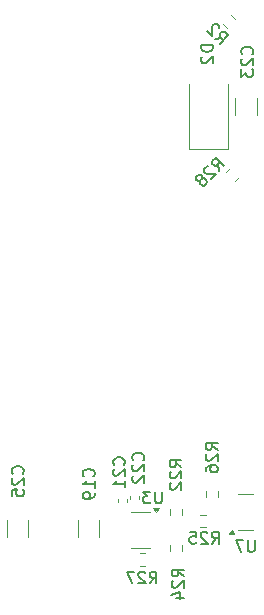
<source format=gbr>
G04 #@! TF.GenerationSoftware,KiCad,Pcbnew,9.0.1+1*
G04 #@! TF.CreationDate,2025-09-08T10:06:10+00:00*
G04 #@! TF.ProjectId,c64psu,63363470-7375-42e6-9b69-6361645f7063,rev?*
G04 #@! TF.SameCoordinates,Original*
G04 #@! TF.FileFunction,Legend,Bot*
G04 #@! TF.FilePolarity,Positive*
%FSLAX46Y46*%
G04 Gerber Fmt 4.6, Leading zero omitted, Abs format (unit mm)*
G04 Created by KiCad (PCBNEW 9.0.1+1) date 2025-09-08 10:06:10*
%MOMM*%
%LPD*%
G01*
G04 APERTURE LIST*
%ADD10C,0.150000*%
%ADD11C,0.120000*%
%ADD12C,2.500000*%
%ADD13C,1.400000*%
%ADD14C,3.600000*%
%ADD15C,5.600000*%
%ADD16O,1.754000X1.254000*%
%ADD17O,2.154000X1.254000*%
%ADD18C,2.400000*%
%ADD19C,2.154000*%
G04 APERTURE END LIST*
D10*
X197004819Y-43486905D02*
X196004819Y-43486905D01*
X196004819Y-43486905D02*
X196004819Y-43725000D01*
X196004819Y-43725000D02*
X196052438Y-43867857D01*
X196052438Y-43867857D02*
X196147676Y-43963095D01*
X196147676Y-43963095D02*
X196242914Y-44010714D01*
X196242914Y-44010714D02*
X196433390Y-44058333D01*
X196433390Y-44058333D02*
X196576247Y-44058333D01*
X196576247Y-44058333D02*
X196766723Y-44010714D01*
X196766723Y-44010714D02*
X196861961Y-43963095D01*
X196861961Y-43963095D02*
X196957200Y-43867857D01*
X196957200Y-43867857D02*
X197004819Y-43725000D01*
X197004819Y-43725000D02*
X197004819Y-43486905D01*
X196100057Y-44439286D02*
X196052438Y-44486905D01*
X196052438Y-44486905D02*
X196004819Y-44582143D01*
X196004819Y-44582143D02*
X196004819Y-44820238D01*
X196004819Y-44820238D02*
X196052438Y-44915476D01*
X196052438Y-44915476D02*
X196100057Y-44963095D01*
X196100057Y-44963095D02*
X196195295Y-45010714D01*
X196195295Y-45010714D02*
X196290533Y-45010714D01*
X196290533Y-45010714D02*
X196433390Y-44963095D01*
X196433390Y-44963095D02*
X197004819Y-44391667D01*
X197004819Y-44391667D02*
X197004819Y-45010714D01*
X194529819Y-88457142D02*
X194053628Y-88123809D01*
X194529819Y-87885714D02*
X193529819Y-87885714D01*
X193529819Y-87885714D02*
X193529819Y-88266666D01*
X193529819Y-88266666D02*
X193577438Y-88361904D01*
X193577438Y-88361904D02*
X193625057Y-88409523D01*
X193625057Y-88409523D02*
X193720295Y-88457142D01*
X193720295Y-88457142D02*
X193863152Y-88457142D01*
X193863152Y-88457142D02*
X193958390Y-88409523D01*
X193958390Y-88409523D02*
X194006009Y-88361904D01*
X194006009Y-88361904D02*
X194053628Y-88266666D01*
X194053628Y-88266666D02*
X194053628Y-87885714D01*
X193625057Y-88838095D02*
X193577438Y-88885714D01*
X193577438Y-88885714D02*
X193529819Y-88980952D01*
X193529819Y-88980952D02*
X193529819Y-89219047D01*
X193529819Y-89219047D02*
X193577438Y-89314285D01*
X193577438Y-89314285D02*
X193625057Y-89361904D01*
X193625057Y-89361904D02*
X193720295Y-89409523D01*
X193720295Y-89409523D02*
X193815533Y-89409523D01*
X193815533Y-89409523D02*
X193958390Y-89361904D01*
X193958390Y-89361904D02*
X194529819Y-88790476D01*
X194529819Y-88790476D02*
X194529819Y-89409523D01*
X193863152Y-90266666D02*
X194529819Y-90266666D01*
X193482200Y-90028571D02*
X194196485Y-89790476D01*
X194196485Y-89790476D02*
X194196485Y-90409523D01*
X192671904Y-81274819D02*
X192671904Y-82084342D01*
X192671904Y-82084342D02*
X192624285Y-82179580D01*
X192624285Y-82179580D02*
X192576666Y-82227200D01*
X192576666Y-82227200D02*
X192481428Y-82274819D01*
X192481428Y-82274819D02*
X192290952Y-82274819D01*
X192290952Y-82274819D02*
X192195714Y-82227200D01*
X192195714Y-82227200D02*
X192148095Y-82179580D01*
X192148095Y-82179580D02*
X192100476Y-82084342D01*
X192100476Y-82084342D02*
X192100476Y-81274819D01*
X191719523Y-81274819D02*
X191100476Y-81274819D01*
X191100476Y-81274819D02*
X191433809Y-81655771D01*
X191433809Y-81655771D02*
X191290952Y-81655771D01*
X191290952Y-81655771D02*
X191195714Y-81703390D01*
X191195714Y-81703390D02*
X191148095Y-81751009D01*
X191148095Y-81751009D02*
X191100476Y-81846247D01*
X191100476Y-81846247D02*
X191100476Y-82084342D01*
X191100476Y-82084342D02*
X191148095Y-82179580D01*
X191148095Y-82179580D02*
X191195714Y-82227200D01*
X191195714Y-82227200D02*
X191290952Y-82274819D01*
X191290952Y-82274819D02*
X191576666Y-82274819D01*
X191576666Y-82274819D02*
X191671904Y-82227200D01*
X191671904Y-82227200D02*
X191719523Y-82179580D01*
X180885580Y-79751942D02*
X180933200Y-79704323D01*
X180933200Y-79704323D02*
X180980819Y-79561466D01*
X180980819Y-79561466D02*
X180980819Y-79466228D01*
X180980819Y-79466228D02*
X180933200Y-79323371D01*
X180933200Y-79323371D02*
X180837961Y-79228133D01*
X180837961Y-79228133D02*
X180742723Y-79180514D01*
X180742723Y-79180514D02*
X180552247Y-79132895D01*
X180552247Y-79132895D02*
X180409390Y-79132895D01*
X180409390Y-79132895D02*
X180218914Y-79180514D01*
X180218914Y-79180514D02*
X180123676Y-79228133D01*
X180123676Y-79228133D02*
X180028438Y-79323371D01*
X180028438Y-79323371D02*
X179980819Y-79466228D01*
X179980819Y-79466228D02*
X179980819Y-79561466D01*
X179980819Y-79561466D02*
X180028438Y-79704323D01*
X180028438Y-79704323D02*
X180076057Y-79751942D01*
X180076057Y-80132895D02*
X180028438Y-80180514D01*
X180028438Y-80180514D02*
X179980819Y-80275752D01*
X179980819Y-80275752D02*
X179980819Y-80513847D01*
X179980819Y-80513847D02*
X180028438Y-80609085D01*
X180028438Y-80609085D02*
X180076057Y-80656704D01*
X180076057Y-80656704D02*
X180171295Y-80704323D01*
X180171295Y-80704323D02*
X180266533Y-80704323D01*
X180266533Y-80704323D02*
X180409390Y-80656704D01*
X180409390Y-80656704D02*
X180980819Y-80085276D01*
X180980819Y-80085276D02*
X180980819Y-80704323D01*
X179980819Y-81609085D02*
X179980819Y-81132895D01*
X179980819Y-81132895D02*
X180457009Y-81085276D01*
X180457009Y-81085276D02*
X180409390Y-81132895D01*
X180409390Y-81132895D02*
X180361771Y-81228133D01*
X180361771Y-81228133D02*
X180361771Y-81466228D01*
X180361771Y-81466228D02*
X180409390Y-81561466D01*
X180409390Y-81561466D02*
X180457009Y-81609085D01*
X180457009Y-81609085D02*
X180552247Y-81656704D01*
X180552247Y-81656704D02*
X180790342Y-81656704D01*
X180790342Y-81656704D02*
X180885580Y-81609085D01*
X180885580Y-81609085D02*
X180933200Y-81561466D01*
X180933200Y-81561466D02*
X180980819Y-81466228D01*
X180980819Y-81466228D02*
X180980819Y-81228133D01*
X180980819Y-81228133D02*
X180933200Y-81132895D01*
X180933200Y-81132895D02*
X180885580Y-81085276D01*
X191642857Y-89054819D02*
X191976190Y-88578628D01*
X192214285Y-89054819D02*
X192214285Y-88054819D01*
X192214285Y-88054819D02*
X191833333Y-88054819D01*
X191833333Y-88054819D02*
X191738095Y-88102438D01*
X191738095Y-88102438D02*
X191690476Y-88150057D01*
X191690476Y-88150057D02*
X191642857Y-88245295D01*
X191642857Y-88245295D02*
X191642857Y-88388152D01*
X191642857Y-88388152D02*
X191690476Y-88483390D01*
X191690476Y-88483390D02*
X191738095Y-88531009D01*
X191738095Y-88531009D02*
X191833333Y-88578628D01*
X191833333Y-88578628D02*
X192214285Y-88578628D01*
X191261904Y-88150057D02*
X191214285Y-88102438D01*
X191214285Y-88102438D02*
X191119047Y-88054819D01*
X191119047Y-88054819D02*
X190880952Y-88054819D01*
X190880952Y-88054819D02*
X190785714Y-88102438D01*
X190785714Y-88102438D02*
X190738095Y-88150057D01*
X190738095Y-88150057D02*
X190690476Y-88245295D01*
X190690476Y-88245295D02*
X190690476Y-88340533D01*
X190690476Y-88340533D02*
X190738095Y-88483390D01*
X190738095Y-88483390D02*
X191309523Y-89054819D01*
X191309523Y-89054819D02*
X190690476Y-89054819D01*
X190357142Y-88054819D02*
X189690476Y-88054819D01*
X189690476Y-88054819D02*
X190119047Y-89054819D01*
X197404819Y-77732142D02*
X196928628Y-77398809D01*
X197404819Y-77160714D02*
X196404819Y-77160714D01*
X196404819Y-77160714D02*
X196404819Y-77541666D01*
X196404819Y-77541666D02*
X196452438Y-77636904D01*
X196452438Y-77636904D02*
X196500057Y-77684523D01*
X196500057Y-77684523D02*
X196595295Y-77732142D01*
X196595295Y-77732142D02*
X196738152Y-77732142D01*
X196738152Y-77732142D02*
X196833390Y-77684523D01*
X196833390Y-77684523D02*
X196881009Y-77636904D01*
X196881009Y-77636904D02*
X196928628Y-77541666D01*
X196928628Y-77541666D02*
X196928628Y-77160714D01*
X196500057Y-78113095D02*
X196452438Y-78160714D01*
X196452438Y-78160714D02*
X196404819Y-78255952D01*
X196404819Y-78255952D02*
X196404819Y-78494047D01*
X196404819Y-78494047D02*
X196452438Y-78589285D01*
X196452438Y-78589285D02*
X196500057Y-78636904D01*
X196500057Y-78636904D02*
X196595295Y-78684523D01*
X196595295Y-78684523D02*
X196690533Y-78684523D01*
X196690533Y-78684523D02*
X196833390Y-78636904D01*
X196833390Y-78636904D02*
X197404819Y-78065476D01*
X197404819Y-78065476D02*
X197404819Y-78684523D01*
X196404819Y-79541666D02*
X196404819Y-79351190D01*
X196404819Y-79351190D02*
X196452438Y-79255952D01*
X196452438Y-79255952D02*
X196500057Y-79208333D01*
X196500057Y-79208333D02*
X196642914Y-79113095D01*
X196642914Y-79113095D02*
X196833390Y-79065476D01*
X196833390Y-79065476D02*
X197214342Y-79065476D01*
X197214342Y-79065476D02*
X197309580Y-79113095D01*
X197309580Y-79113095D02*
X197357200Y-79160714D01*
X197357200Y-79160714D02*
X197404819Y-79255952D01*
X197404819Y-79255952D02*
X197404819Y-79446428D01*
X197404819Y-79446428D02*
X197357200Y-79541666D01*
X197357200Y-79541666D02*
X197309580Y-79589285D01*
X197309580Y-79589285D02*
X197214342Y-79636904D01*
X197214342Y-79636904D02*
X196976247Y-79636904D01*
X196976247Y-79636904D02*
X196881009Y-79589285D01*
X196881009Y-79589285D02*
X196833390Y-79541666D01*
X196833390Y-79541666D02*
X196785771Y-79446428D01*
X196785771Y-79446428D02*
X196785771Y-79255952D01*
X196785771Y-79255952D02*
X196833390Y-79160714D01*
X196833390Y-79160714D02*
X196881009Y-79113095D01*
X196881009Y-79113095D02*
X196976247Y-79065476D01*
X197526174Y-54117036D02*
X197425159Y-53544617D01*
X197930235Y-53712975D02*
X197223128Y-53005869D01*
X197223128Y-53005869D02*
X196953754Y-53275243D01*
X196953754Y-53275243D02*
X196920082Y-53376258D01*
X196920082Y-53376258D02*
X196920082Y-53443601D01*
X196920082Y-53443601D02*
X196953754Y-53544617D01*
X196953754Y-53544617D02*
X197054769Y-53645632D01*
X197054769Y-53645632D02*
X197155785Y-53679304D01*
X197155785Y-53679304D02*
X197223128Y-53679304D01*
X197223128Y-53679304D02*
X197324143Y-53645632D01*
X197324143Y-53645632D02*
X197593517Y-53376258D01*
X196617037Y-53746647D02*
X196549693Y-53746647D01*
X196549693Y-53746647D02*
X196448678Y-53780319D01*
X196448678Y-53780319D02*
X196280319Y-53948678D01*
X196280319Y-53948678D02*
X196246647Y-54049693D01*
X196246647Y-54049693D02*
X196246647Y-54117036D01*
X196246647Y-54117036D02*
X196280319Y-54218052D01*
X196280319Y-54218052D02*
X196347663Y-54285395D01*
X196347663Y-54285395D02*
X196482350Y-54352739D01*
X196482350Y-54352739D02*
X197290472Y-54352739D01*
X197290472Y-54352739D02*
X196852739Y-54790471D01*
X196044617Y-54790472D02*
X196078288Y-54689456D01*
X196078288Y-54689456D02*
X196078288Y-54622113D01*
X196078288Y-54622113D02*
X196044617Y-54521098D01*
X196044617Y-54521098D02*
X196010945Y-54487426D01*
X196010945Y-54487426D02*
X195909930Y-54453754D01*
X195909930Y-54453754D02*
X195842586Y-54453754D01*
X195842586Y-54453754D02*
X195741571Y-54487426D01*
X195741571Y-54487426D02*
X195606884Y-54622113D01*
X195606884Y-54622113D02*
X195573212Y-54723128D01*
X195573212Y-54723128D02*
X195573212Y-54790472D01*
X195573212Y-54790472D02*
X195606884Y-54891487D01*
X195606884Y-54891487D02*
X195640556Y-54925159D01*
X195640556Y-54925159D02*
X195741571Y-54958830D01*
X195741571Y-54958830D02*
X195808914Y-54958830D01*
X195808914Y-54958830D02*
X195909930Y-54925159D01*
X195909930Y-54925159D02*
X196044617Y-54790472D01*
X196044617Y-54790472D02*
X196145632Y-54756800D01*
X196145632Y-54756800D02*
X196212975Y-54756800D01*
X196212975Y-54756800D02*
X196313991Y-54790472D01*
X196313991Y-54790472D02*
X196448678Y-54925159D01*
X196448678Y-54925159D02*
X196482349Y-55026174D01*
X196482349Y-55026174D02*
X196482349Y-55093517D01*
X196482349Y-55093517D02*
X196448678Y-55194533D01*
X196448678Y-55194533D02*
X196313991Y-55329220D01*
X196313991Y-55329220D02*
X196212975Y-55362891D01*
X196212975Y-55362891D02*
X196145632Y-55362891D01*
X196145632Y-55362891D02*
X196044617Y-55329220D01*
X196044617Y-55329220D02*
X195909930Y-55194533D01*
X195909930Y-55194533D02*
X195876258Y-55093517D01*
X195876258Y-55093517D02*
X195876258Y-55026174D01*
X195876258Y-55026174D02*
X195909930Y-54925159D01*
X200309580Y-44232142D02*
X200357200Y-44184523D01*
X200357200Y-44184523D02*
X200404819Y-44041666D01*
X200404819Y-44041666D02*
X200404819Y-43946428D01*
X200404819Y-43946428D02*
X200357200Y-43803571D01*
X200357200Y-43803571D02*
X200261961Y-43708333D01*
X200261961Y-43708333D02*
X200166723Y-43660714D01*
X200166723Y-43660714D02*
X199976247Y-43613095D01*
X199976247Y-43613095D02*
X199833390Y-43613095D01*
X199833390Y-43613095D02*
X199642914Y-43660714D01*
X199642914Y-43660714D02*
X199547676Y-43708333D01*
X199547676Y-43708333D02*
X199452438Y-43803571D01*
X199452438Y-43803571D02*
X199404819Y-43946428D01*
X199404819Y-43946428D02*
X199404819Y-44041666D01*
X199404819Y-44041666D02*
X199452438Y-44184523D01*
X199452438Y-44184523D02*
X199500057Y-44232142D01*
X199500057Y-44613095D02*
X199452438Y-44660714D01*
X199452438Y-44660714D02*
X199404819Y-44755952D01*
X199404819Y-44755952D02*
X199404819Y-44994047D01*
X199404819Y-44994047D02*
X199452438Y-45089285D01*
X199452438Y-45089285D02*
X199500057Y-45136904D01*
X199500057Y-45136904D02*
X199595295Y-45184523D01*
X199595295Y-45184523D02*
X199690533Y-45184523D01*
X199690533Y-45184523D02*
X199833390Y-45136904D01*
X199833390Y-45136904D02*
X200404819Y-44565476D01*
X200404819Y-44565476D02*
X200404819Y-45184523D01*
X199404819Y-45517857D02*
X199404819Y-46136904D01*
X199404819Y-46136904D02*
X199785771Y-45803571D01*
X199785771Y-45803571D02*
X199785771Y-45946428D01*
X199785771Y-45946428D02*
X199833390Y-46041666D01*
X199833390Y-46041666D02*
X199881009Y-46089285D01*
X199881009Y-46089285D02*
X199976247Y-46136904D01*
X199976247Y-46136904D02*
X200214342Y-46136904D01*
X200214342Y-46136904D02*
X200309580Y-46089285D01*
X200309580Y-46089285D02*
X200357200Y-46041666D01*
X200357200Y-46041666D02*
X200404819Y-45946428D01*
X200404819Y-45946428D02*
X200404819Y-45660714D01*
X200404819Y-45660714D02*
X200357200Y-45565476D01*
X200357200Y-45565476D02*
X200309580Y-45517857D01*
X196917857Y-85679819D02*
X197251190Y-85203628D01*
X197489285Y-85679819D02*
X197489285Y-84679819D01*
X197489285Y-84679819D02*
X197108333Y-84679819D01*
X197108333Y-84679819D02*
X197013095Y-84727438D01*
X197013095Y-84727438D02*
X196965476Y-84775057D01*
X196965476Y-84775057D02*
X196917857Y-84870295D01*
X196917857Y-84870295D02*
X196917857Y-85013152D01*
X196917857Y-85013152D02*
X196965476Y-85108390D01*
X196965476Y-85108390D02*
X197013095Y-85156009D01*
X197013095Y-85156009D02*
X197108333Y-85203628D01*
X197108333Y-85203628D02*
X197489285Y-85203628D01*
X196536904Y-84775057D02*
X196489285Y-84727438D01*
X196489285Y-84727438D02*
X196394047Y-84679819D01*
X196394047Y-84679819D02*
X196155952Y-84679819D01*
X196155952Y-84679819D02*
X196060714Y-84727438D01*
X196060714Y-84727438D02*
X196013095Y-84775057D01*
X196013095Y-84775057D02*
X195965476Y-84870295D01*
X195965476Y-84870295D02*
X195965476Y-84965533D01*
X195965476Y-84965533D02*
X196013095Y-85108390D01*
X196013095Y-85108390D02*
X196584523Y-85679819D01*
X196584523Y-85679819D02*
X195965476Y-85679819D01*
X195060714Y-84679819D02*
X195536904Y-84679819D01*
X195536904Y-84679819D02*
X195584523Y-85156009D01*
X195584523Y-85156009D02*
X195536904Y-85108390D01*
X195536904Y-85108390D02*
X195441666Y-85060771D01*
X195441666Y-85060771D02*
X195203571Y-85060771D01*
X195203571Y-85060771D02*
X195108333Y-85108390D01*
X195108333Y-85108390D02*
X195060714Y-85156009D01*
X195060714Y-85156009D02*
X195013095Y-85251247D01*
X195013095Y-85251247D02*
X195013095Y-85489342D01*
X195013095Y-85489342D02*
X195060714Y-85584580D01*
X195060714Y-85584580D02*
X195108333Y-85632200D01*
X195108333Y-85632200D02*
X195203571Y-85679819D01*
X195203571Y-85679819D02*
X195441666Y-85679819D01*
X195441666Y-85679819D02*
X195536904Y-85632200D01*
X195536904Y-85632200D02*
X195584523Y-85584580D01*
X189459580Y-79007142D02*
X189507200Y-78959523D01*
X189507200Y-78959523D02*
X189554819Y-78816666D01*
X189554819Y-78816666D02*
X189554819Y-78721428D01*
X189554819Y-78721428D02*
X189507200Y-78578571D01*
X189507200Y-78578571D02*
X189411961Y-78483333D01*
X189411961Y-78483333D02*
X189316723Y-78435714D01*
X189316723Y-78435714D02*
X189126247Y-78388095D01*
X189126247Y-78388095D02*
X188983390Y-78388095D01*
X188983390Y-78388095D02*
X188792914Y-78435714D01*
X188792914Y-78435714D02*
X188697676Y-78483333D01*
X188697676Y-78483333D02*
X188602438Y-78578571D01*
X188602438Y-78578571D02*
X188554819Y-78721428D01*
X188554819Y-78721428D02*
X188554819Y-78816666D01*
X188554819Y-78816666D02*
X188602438Y-78959523D01*
X188602438Y-78959523D02*
X188650057Y-79007142D01*
X188650057Y-79388095D02*
X188602438Y-79435714D01*
X188602438Y-79435714D02*
X188554819Y-79530952D01*
X188554819Y-79530952D02*
X188554819Y-79769047D01*
X188554819Y-79769047D02*
X188602438Y-79864285D01*
X188602438Y-79864285D02*
X188650057Y-79911904D01*
X188650057Y-79911904D02*
X188745295Y-79959523D01*
X188745295Y-79959523D02*
X188840533Y-79959523D01*
X188840533Y-79959523D02*
X188983390Y-79911904D01*
X188983390Y-79911904D02*
X189554819Y-79340476D01*
X189554819Y-79340476D02*
X189554819Y-79959523D01*
X189554819Y-80911904D02*
X189554819Y-80340476D01*
X189554819Y-80626190D02*
X188554819Y-80626190D01*
X188554819Y-80626190D02*
X188697676Y-80530952D01*
X188697676Y-80530952D02*
X188792914Y-80435714D01*
X188792914Y-80435714D02*
X188840533Y-80340476D01*
X200536904Y-85379819D02*
X200536904Y-86189342D01*
X200536904Y-86189342D02*
X200489285Y-86284580D01*
X200489285Y-86284580D02*
X200441666Y-86332200D01*
X200441666Y-86332200D02*
X200346428Y-86379819D01*
X200346428Y-86379819D02*
X200155952Y-86379819D01*
X200155952Y-86379819D02*
X200060714Y-86332200D01*
X200060714Y-86332200D02*
X200013095Y-86284580D01*
X200013095Y-86284580D02*
X199965476Y-86189342D01*
X199965476Y-86189342D02*
X199965476Y-85379819D01*
X199584523Y-85379819D02*
X198917857Y-85379819D01*
X198917857Y-85379819D02*
X199346428Y-86379819D01*
X186887180Y-79985142D02*
X186934800Y-79937523D01*
X186934800Y-79937523D02*
X186982419Y-79794666D01*
X186982419Y-79794666D02*
X186982419Y-79699428D01*
X186982419Y-79699428D02*
X186934800Y-79556571D01*
X186934800Y-79556571D02*
X186839561Y-79461333D01*
X186839561Y-79461333D02*
X186744323Y-79413714D01*
X186744323Y-79413714D02*
X186553847Y-79366095D01*
X186553847Y-79366095D02*
X186410990Y-79366095D01*
X186410990Y-79366095D02*
X186220514Y-79413714D01*
X186220514Y-79413714D02*
X186125276Y-79461333D01*
X186125276Y-79461333D02*
X186030038Y-79556571D01*
X186030038Y-79556571D02*
X185982419Y-79699428D01*
X185982419Y-79699428D02*
X185982419Y-79794666D01*
X185982419Y-79794666D02*
X186030038Y-79937523D01*
X186030038Y-79937523D02*
X186077657Y-79985142D01*
X186982419Y-80937523D02*
X186982419Y-80366095D01*
X186982419Y-80651809D02*
X185982419Y-80651809D01*
X185982419Y-80651809D02*
X186125276Y-80556571D01*
X186125276Y-80556571D02*
X186220514Y-80461333D01*
X186220514Y-80461333D02*
X186268133Y-80366095D01*
X186982419Y-81413714D02*
X186982419Y-81604190D01*
X186982419Y-81604190D02*
X186934800Y-81699428D01*
X186934800Y-81699428D02*
X186887180Y-81747047D01*
X186887180Y-81747047D02*
X186744323Y-81842285D01*
X186744323Y-81842285D02*
X186553847Y-81889904D01*
X186553847Y-81889904D02*
X186172895Y-81889904D01*
X186172895Y-81889904D02*
X186077657Y-81842285D01*
X186077657Y-81842285D02*
X186030038Y-81794666D01*
X186030038Y-81794666D02*
X185982419Y-81699428D01*
X185982419Y-81699428D02*
X185982419Y-81508952D01*
X185982419Y-81508952D02*
X186030038Y-81413714D01*
X186030038Y-81413714D02*
X186077657Y-81366095D01*
X186077657Y-81366095D02*
X186172895Y-81318476D01*
X186172895Y-81318476D02*
X186410990Y-81318476D01*
X186410990Y-81318476D02*
X186506228Y-81366095D01*
X186506228Y-81366095D02*
X186553847Y-81413714D01*
X186553847Y-81413714D02*
X186601466Y-81508952D01*
X186601466Y-81508952D02*
X186601466Y-81699428D01*
X186601466Y-81699428D02*
X186553847Y-81794666D01*
X186553847Y-81794666D02*
X186506228Y-81842285D01*
X186506228Y-81842285D02*
X186410990Y-81889904D01*
X191084580Y-78607142D02*
X191132200Y-78559523D01*
X191132200Y-78559523D02*
X191179819Y-78416666D01*
X191179819Y-78416666D02*
X191179819Y-78321428D01*
X191179819Y-78321428D02*
X191132200Y-78178571D01*
X191132200Y-78178571D02*
X191036961Y-78083333D01*
X191036961Y-78083333D02*
X190941723Y-78035714D01*
X190941723Y-78035714D02*
X190751247Y-77988095D01*
X190751247Y-77988095D02*
X190608390Y-77988095D01*
X190608390Y-77988095D02*
X190417914Y-78035714D01*
X190417914Y-78035714D02*
X190322676Y-78083333D01*
X190322676Y-78083333D02*
X190227438Y-78178571D01*
X190227438Y-78178571D02*
X190179819Y-78321428D01*
X190179819Y-78321428D02*
X190179819Y-78416666D01*
X190179819Y-78416666D02*
X190227438Y-78559523D01*
X190227438Y-78559523D02*
X190275057Y-78607142D01*
X190275057Y-78988095D02*
X190227438Y-79035714D01*
X190227438Y-79035714D02*
X190179819Y-79130952D01*
X190179819Y-79130952D02*
X190179819Y-79369047D01*
X190179819Y-79369047D02*
X190227438Y-79464285D01*
X190227438Y-79464285D02*
X190275057Y-79511904D01*
X190275057Y-79511904D02*
X190370295Y-79559523D01*
X190370295Y-79559523D02*
X190465533Y-79559523D01*
X190465533Y-79559523D02*
X190608390Y-79511904D01*
X190608390Y-79511904D02*
X191179819Y-78940476D01*
X191179819Y-78940476D02*
X191179819Y-79559523D01*
X190275057Y-79940476D02*
X190227438Y-79988095D01*
X190227438Y-79988095D02*
X190179819Y-80083333D01*
X190179819Y-80083333D02*
X190179819Y-80321428D01*
X190179819Y-80321428D02*
X190227438Y-80416666D01*
X190227438Y-80416666D02*
X190275057Y-80464285D01*
X190275057Y-80464285D02*
X190370295Y-80511904D01*
X190370295Y-80511904D02*
X190465533Y-80511904D01*
X190465533Y-80511904D02*
X190608390Y-80464285D01*
X190608390Y-80464285D02*
X191179819Y-79892857D01*
X191179819Y-79892857D02*
X191179819Y-80511904D01*
X197159082Y-42954219D02*
X197731501Y-42853204D01*
X197563143Y-43358280D02*
X198270249Y-42651173D01*
X198270249Y-42651173D02*
X198000875Y-42381799D01*
X198000875Y-42381799D02*
X197899860Y-42348127D01*
X197899860Y-42348127D02*
X197832517Y-42348127D01*
X197832517Y-42348127D02*
X197731501Y-42381799D01*
X197731501Y-42381799D02*
X197630486Y-42482814D01*
X197630486Y-42482814D02*
X197596814Y-42583830D01*
X197596814Y-42583830D02*
X197596814Y-42651173D01*
X197596814Y-42651173D02*
X197630486Y-42752188D01*
X197630486Y-42752188D02*
X197899860Y-43021562D01*
X197529471Y-42045082D02*
X197529471Y-41977738D01*
X197529471Y-41977738D02*
X197495799Y-41876723D01*
X197495799Y-41876723D02*
X197327440Y-41708364D01*
X197327440Y-41708364D02*
X197226425Y-41674692D01*
X197226425Y-41674692D02*
X197159082Y-41674692D01*
X197159082Y-41674692D02*
X197058066Y-41708364D01*
X197058066Y-41708364D02*
X196990723Y-41775708D01*
X196990723Y-41775708D02*
X196923379Y-41910395D01*
X196923379Y-41910395D02*
X196923379Y-42718517D01*
X196923379Y-42718517D02*
X196485647Y-42280784D01*
X194329819Y-79207142D02*
X193853628Y-78873809D01*
X194329819Y-78635714D02*
X193329819Y-78635714D01*
X193329819Y-78635714D02*
X193329819Y-79016666D01*
X193329819Y-79016666D02*
X193377438Y-79111904D01*
X193377438Y-79111904D02*
X193425057Y-79159523D01*
X193425057Y-79159523D02*
X193520295Y-79207142D01*
X193520295Y-79207142D02*
X193663152Y-79207142D01*
X193663152Y-79207142D02*
X193758390Y-79159523D01*
X193758390Y-79159523D02*
X193806009Y-79111904D01*
X193806009Y-79111904D02*
X193853628Y-79016666D01*
X193853628Y-79016666D02*
X193853628Y-78635714D01*
X193425057Y-79588095D02*
X193377438Y-79635714D01*
X193377438Y-79635714D02*
X193329819Y-79730952D01*
X193329819Y-79730952D02*
X193329819Y-79969047D01*
X193329819Y-79969047D02*
X193377438Y-80064285D01*
X193377438Y-80064285D02*
X193425057Y-80111904D01*
X193425057Y-80111904D02*
X193520295Y-80159523D01*
X193520295Y-80159523D02*
X193615533Y-80159523D01*
X193615533Y-80159523D02*
X193758390Y-80111904D01*
X193758390Y-80111904D02*
X194329819Y-79540476D01*
X194329819Y-79540476D02*
X194329819Y-80159523D01*
X193425057Y-80540476D02*
X193377438Y-80588095D01*
X193377438Y-80588095D02*
X193329819Y-80683333D01*
X193329819Y-80683333D02*
X193329819Y-80921428D01*
X193329819Y-80921428D02*
X193377438Y-81016666D01*
X193377438Y-81016666D02*
X193425057Y-81064285D01*
X193425057Y-81064285D02*
X193520295Y-81111904D01*
X193520295Y-81111904D02*
X193615533Y-81111904D01*
X193615533Y-81111904D02*
X193758390Y-81064285D01*
X193758390Y-81064285D02*
X194329819Y-80492857D01*
X194329819Y-80492857D02*
X194329819Y-81111904D01*
D11*
X194996800Y-52296801D02*
X194996800Y-46786801D01*
X198296800Y-52296801D02*
X194996800Y-52296801D01*
X198296800Y-52296801D02*
X198296800Y-46786801D01*
X193381100Y-85817942D02*
X193381100Y-86292458D01*
X194426100Y-85817942D02*
X194426100Y-86292458D01*
X190906400Y-82971199D02*
X190106400Y-82971200D01*
X190906400Y-82971199D02*
X191706400Y-82971200D01*
X190906400Y-86091201D02*
X190106400Y-86091200D01*
X190906400Y-86091201D02*
X191706400Y-86091200D01*
X192206400Y-83021200D02*
X191966400Y-82691200D01*
X192446400Y-82691200D01*
X192206400Y-83021200D01*
G36*
X192206400Y-83021200D02*
G01*
X191966400Y-82691200D01*
X192446400Y-82691200D01*
X192206400Y-83021200D01*
G37*
X179570000Y-83668748D02*
X179570000Y-85091252D01*
X181390000Y-83668748D02*
X181390000Y-85091252D01*
X191296058Y-86497900D02*
X190821542Y-86497900D01*
X191296058Y-87542900D02*
X190821542Y-87542900D01*
X196429100Y-81708258D02*
X196429100Y-81233742D01*
X197474100Y-81708258D02*
X197474100Y-81233742D01*
X198477103Y-53920370D02*
X198141570Y-54255903D01*
X199216030Y-54659297D02*
X198880497Y-54994830D01*
X198910000Y-47958748D02*
X198910000Y-49381252D01*
X200730000Y-47958748D02*
X200730000Y-49381252D01*
X195952342Y-83246700D02*
X196426858Y-83246700D01*
X195952342Y-84291700D02*
X196426858Y-84291700D01*
X188971600Y-81911364D02*
X188971600Y-82127036D01*
X189691600Y-81911364D02*
X189691600Y-82127036D01*
X199745600Y-81447199D02*
X199095600Y-81447200D01*
X199745600Y-81447199D02*
X200395600Y-81447200D01*
X199745600Y-84567201D02*
X199095600Y-84567200D01*
X199745600Y-84567201D02*
X200395600Y-84567200D01*
X198823100Y-84847199D02*
X198343100Y-84847200D01*
X198583100Y-84517200D01*
X198823100Y-84847199D01*
G36*
X198823100Y-84847199D02*
G01*
X198343100Y-84847200D01*
X198583100Y-84517200D01*
X198823100Y-84847199D01*
G37*
X185580000Y-83688748D02*
X185580000Y-85111252D01*
X187400000Y-83688748D02*
X187400000Y-85111252D01*
X189987600Y-81895836D02*
X189987600Y-81680164D01*
X190707600Y-81895836D02*
X190707600Y-81680164D01*
X197836770Y-41705297D02*
X198172303Y-42040830D01*
X198575697Y-40966370D02*
X198911230Y-41301903D01*
X193381100Y-83244458D02*
X193381100Y-82769942D01*
X194426100Y-83244458D02*
X194426100Y-82769942D01*
%LPC*%
D12*
X183370000Y-69110000D03*
X183370000Y-76610000D03*
X183370000Y-84110000D03*
X183370000Y-91610000D03*
X183370000Y-99110000D03*
X213370000Y-69110000D03*
X213370000Y-76610000D03*
X213370000Y-84110000D03*
X213370000Y-91610000D03*
X213370000Y-99110000D03*
D13*
X157500000Y-90520000D03*
X160040000Y-90520000D03*
X159870000Y-92960001D03*
X159870000Y-95500001D03*
D14*
X190000000Y-42000000D03*
D15*
X190000000Y-42000000D03*
D13*
X156510000Y-84019999D03*
X156510000Y-81479999D03*
D16*
X138850000Y-48155000D03*
X138850000Y-59395000D03*
D17*
X134850000Y-48155000D03*
X134850000Y-59395000D03*
D13*
X154120000Y-83130000D03*
X154120000Y-85670000D03*
D14*
X140000000Y-105000000D03*
D15*
X140000000Y-105000000D03*
D13*
X174170300Y-56365150D03*
X176710300Y-56365150D03*
D18*
X210980000Y-55940000D03*
X210980000Y-40940000D03*
D19*
X215980000Y-50940000D03*
X215980000Y-45940000D03*
G36*
G01*
X206955000Y-44517000D02*
X205005000Y-44517000D01*
G75*
G02*
X204903000Y-44415000I0J102000D01*
G01*
X204903000Y-42465000D01*
G75*
G02*
X205005000Y-42363000I102000J0D01*
G01*
X206955000Y-42363000D01*
G75*
G02*
X207057000Y-42465000I0J-102000D01*
G01*
X207057000Y-44415000D01*
G75*
G02*
X206955000Y-44517000I-102000J0D01*
G01*
G37*
X205980000Y-48440000D03*
X205980000Y-53440000D03*
X203480000Y-45940000D03*
X203480000Y-50940000D03*
X203480000Y-40940000D03*
X203480000Y-55940000D03*
D13*
X193598800Y-50170399D03*
X193598800Y-47630399D03*
D14*
X140000000Y-42000000D03*
D15*
X140000000Y-42000000D03*
G36*
G01*
X197296800Y-52036802D02*
X195996800Y-52036802D01*
G75*
G02*
X195746800Y-51786802I0J250000D01*
G01*
X195746800Y-49786802D01*
G75*
G02*
X195996800Y-49536802I250000J0D01*
G01*
X197296800Y-49536802D01*
G75*
G02*
X197546800Y-49786802I0J-250000D01*
G01*
X197546800Y-51786802D01*
G75*
G02*
X197296800Y-52036802I-250000J0D01*
G01*
G37*
G36*
G01*
X197296800Y-48036800D02*
X195996800Y-48036800D01*
G75*
G02*
X195746800Y-47786800I0J250000D01*
G01*
X195746800Y-45786800D01*
G75*
G02*
X195996800Y-45536800I250000J0D01*
G01*
X197296800Y-45536800D01*
G75*
G02*
X197546800Y-45786800I0J-250000D01*
G01*
X197546800Y-47786800D01*
G75*
G02*
X197296800Y-48036800I-250000J0D01*
G01*
G37*
G36*
G01*
X193628600Y-84830200D02*
X194178600Y-84830200D01*
G75*
G02*
X194378600Y-85030200I0J-200000D01*
G01*
X194378600Y-85430200D01*
G75*
G02*
X194178600Y-85630200I-200000J0D01*
G01*
X193628600Y-85630200D01*
G75*
G02*
X193428600Y-85430200I0J200000D01*
G01*
X193428600Y-85030200D01*
G75*
G02*
X193628600Y-84830200I200000J0D01*
G01*
G37*
G36*
G01*
X193628600Y-86480200D02*
X194178600Y-86480200D01*
G75*
G02*
X194378600Y-86680200I0J-200000D01*
G01*
X194378600Y-87080200D01*
G75*
G02*
X194178600Y-87280200I-200000J0D01*
G01*
X193628600Y-87280200D01*
G75*
G02*
X193428600Y-87080200I0J200000D01*
G01*
X193428600Y-86680200D01*
G75*
G02*
X193628600Y-86480200I200000J0D01*
G01*
G37*
G36*
G01*
X192706400Y-83431201D02*
X192706400Y-83731201D01*
G75*
G02*
X192556400Y-83881201I-150000J0D01*
G01*
X191531400Y-83881201D01*
G75*
G02*
X191381400Y-83731201I0J150000D01*
G01*
X191381400Y-83431201D01*
G75*
G02*
X191531400Y-83281201I150000J0D01*
G01*
X192556400Y-83281201D01*
G75*
G02*
X192706400Y-83431201I0J-150000D01*
G01*
G37*
G36*
G01*
X192706400Y-84381200D02*
X192706400Y-84681200D01*
G75*
G02*
X192556400Y-84831200I-150000J0D01*
G01*
X191531400Y-84831200D01*
G75*
G02*
X191381400Y-84681200I0J150000D01*
G01*
X191381400Y-84381200D01*
G75*
G02*
X191531400Y-84231200I150000J0D01*
G01*
X192556400Y-84231200D01*
G75*
G02*
X192706400Y-84381200I0J-150000D01*
G01*
G37*
G36*
G01*
X192706400Y-85331199D02*
X192706400Y-85631199D01*
G75*
G02*
X192556400Y-85781199I-150000J0D01*
G01*
X191531400Y-85781199D01*
G75*
G02*
X191381400Y-85631199I0J150000D01*
G01*
X191381400Y-85331199D01*
G75*
G02*
X191531400Y-85181199I150000J0D01*
G01*
X192556400Y-85181199D01*
G75*
G02*
X192706400Y-85331199I0J-150000D01*
G01*
G37*
G36*
G01*
X190431400Y-85331199D02*
X190431400Y-85631199D01*
G75*
G02*
X190281400Y-85781199I-150000J0D01*
G01*
X189256400Y-85781199D01*
G75*
G02*
X189106400Y-85631199I0J150000D01*
G01*
X189106400Y-85331199D01*
G75*
G02*
X189256400Y-85181199I150000J0D01*
G01*
X190281400Y-85181199D01*
G75*
G02*
X190431400Y-85331199I0J-150000D01*
G01*
G37*
G36*
G01*
X190431400Y-83431201D02*
X190431400Y-83731201D01*
G75*
G02*
X190281400Y-83881201I-150000J0D01*
G01*
X189256400Y-83881201D01*
G75*
G02*
X189106400Y-83731201I0J150000D01*
G01*
X189106400Y-83431201D01*
G75*
G02*
X189256400Y-83281201I150000J0D01*
G01*
X190281400Y-83281201D01*
G75*
G02*
X190431400Y-83431201I0J-150000D01*
G01*
G37*
G36*
G01*
X179830000Y-82329999D02*
X181130000Y-82329999D01*
G75*
G02*
X181380000Y-82579999I0J-250000D01*
G01*
X181380000Y-83229999D01*
G75*
G02*
X181130000Y-83479999I-250000J0D01*
G01*
X179830000Y-83479999D01*
G75*
G02*
X179580000Y-83229999I0J250000D01*
G01*
X179580000Y-82579999D01*
G75*
G02*
X179830000Y-82329999I250000J0D01*
G01*
G37*
G36*
G01*
X179830000Y-85280001D02*
X181130000Y-85280001D01*
G75*
G02*
X181380000Y-85530001I0J-250000D01*
G01*
X181380000Y-86180001D01*
G75*
G02*
X181130000Y-86430001I-250000J0D01*
G01*
X179830000Y-86430001D01*
G75*
G02*
X179580000Y-86180001I0J250000D01*
G01*
X179580000Y-85530001D01*
G75*
G02*
X179830000Y-85280001I250000J0D01*
G01*
G37*
G36*
G01*
X192283800Y-86745400D02*
X192283800Y-87295400D01*
G75*
G02*
X192083800Y-87495400I-200000J0D01*
G01*
X191683800Y-87495400D01*
G75*
G02*
X191483800Y-87295400I0J200000D01*
G01*
X191483800Y-86745400D01*
G75*
G02*
X191683800Y-86545400I200000J0D01*
G01*
X192083800Y-86545400D01*
G75*
G02*
X192283800Y-86745400I0J-200000D01*
G01*
G37*
G36*
G01*
X190633800Y-86745400D02*
X190633800Y-87295400D01*
G75*
G02*
X190433800Y-87495400I-200000J0D01*
G01*
X190033800Y-87495400D01*
G75*
G02*
X189833800Y-87295400I0J200000D01*
G01*
X189833800Y-86745400D01*
G75*
G02*
X190033800Y-86545400I200000J0D01*
G01*
X190433800Y-86545400D01*
G75*
G02*
X190633800Y-86745400I0J-200000D01*
G01*
G37*
G36*
G01*
X197226600Y-82696000D02*
X196676600Y-82696000D01*
G75*
G02*
X196476600Y-82496000I0J200000D01*
G01*
X196476600Y-82096000D01*
G75*
G02*
X196676600Y-81896000I200000J0D01*
G01*
X197226600Y-81896000D01*
G75*
G02*
X197426600Y-82096000I0J-200000D01*
G01*
X197426600Y-82496000D01*
G75*
G02*
X197226600Y-82696000I-200000J0D01*
G01*
G37*
G36*
G01*
X197226600Y-81046000D02*
X196676600Y-81046000D01*
G75*
G02*
X196476600Y-80846000I0J200000D01*
G01*
X196476600Y-80446000D01*
G75*
G02*
X196676600Y-80246000I200000J0D01*
G01*
X197226600Y-80246000D01*
G75*
G02*
X197426600Y-80446000I0J-200000D01*
G01*
X197426600Y-80846000D01*
G75*
G02*
X197226600Y-81046000I-200000J0D01*
G01*
G37*
G36*
G01*
X199350551Y-53396940D02*
X199739460Y-53785849D01*
G75*
G02*
X199739460Y-54068691I-141421J-141421D01*
G01*
X199456617Y-54351534D01*
G75*
G02*
X199173775Y-54351534I-141421J141421D01*
G01*
X198784866Y-53962625D01*
G75*
G02*
X198784866Y-53679783I141421J141421D01*
G01*
X199067709Y-53396940D01*
G75*
G02*
X199350551Y-53396940I141421J-141421D01*
G01*
G37*
G36*
G01*
X198183825Y-54563666D02*
X198572734Y-54952575D01*
G75*
G02*
X198572734Y-55235417I-141421J-141421D01*
G01*
X198289891Y-55518260D01*
G75*
G02*
X198007049Y-55518260I-141421J141421D01*
G01*
X197618140Y-55129351D01*
G75*
G02*
X197618140Y-54846509I141421J141421D01*
G01*
X197900983Y-54563666D01*
G75*
G02*
X198183825Y-54563666I141421J-141421D01*
G01*
G37*
G36*
G01*
X199170000Y-46619999D02*
X200470000Y-46619999D01*
G75*
G02*
X200720000Y-46869999I0J-250000D01*
G01*
X200720000Y-47519999D01*
G75*
G02*
X200470000Y-47769999I-250000J0D01*
G01*
X199170000Y-47769999D01*
G75*
G02*
X198920000Y-47519999I0J250000D01*
G01*
X198920000Y-46869999D01*
G75*
G02*
X199170000Y-46619999I250000J0D01*
G01*
G37*
G36*
G01*
X199170000Y-49570001D02*
X200470000Y-49570001D01*
G75*
G02*
X200720000Y-49820001I0J-250000D01*
G01*
X200720000Y-50470001D01*
G75*
G02*
X200470000Y-50720001I-250000J0D01*
G01*
X199170000Y-50720001D01*
G75*
G02*
X198920000Y-50470001I0J250000D01*
G01*
X198920000Y-49820001D01*
G75*
G02*
X199170000Y-49570001I250000J0D01*
G01*
G37*
G36*
G01*
X194964600Y-84044200D02*
X194964600Y-83494200D01*
G75*
G02*
X195164600Y-83294200I200000J0D01*
G01*
X195564600Y-83294200D01*
G75*
G02*
X195764600Y-83494200I0J-200000D01*
G01*
X195764600Y-84044200D01*
G75*
G02*
X195564600Y-84244200I-200000J0D01*
G01*
X195164600Y-84244200D01*
G75*
G02*
X194964600Y-84044200I0J200000D01*
G01*
G37*
G36*
G01*
X196614600Y-84044200D02*
X196614600Y-83494200D01*
G75*
G02*
X196814600Y-83294200I200000J0D01*
G01*
X197214600Y-83294200D01*
G75*
G02*
X197414600Y-83494200I0J-200000D01*
G01*
X197414600Y-84044200D01*
G75*
G02*
X197214600Y-84244200I-200000J0D01*
G01*
X196814600Y-84244200D01*
G75*
G02*
X196614600Y-84044200I0J200000D01*
G01*
G37*
G36*
G01*
X189161600Y-81259200D02*
X189501600Y-81259200D01*
G75*
G02*
X189641600Y-81399200I0J-140000D01*
G01*
X189641600Y-81679200D01*
G75*
G02*
X189501600Y-81819200I-140000J0D01*
G01*
X189161600Y-81819200D01*
G75*
G02*
X189021600Y-81679200I0J140000D01*
G01*
X189021600Y-81399200D01*
G75*
G02*
X189161600Y-81259200I140000J0D01*
G01*
G37*
G36*
G01*
X189161600Y-82219200D02*
X189501600Y-82219200D01*
G75*
G02*
X189641600Y-82359200I0J-140000D01*
G01*
X189641600Y-82639200D01*
G75*
G02*
X189501600Y-82779200I-140000J0D01*
G01*
X189161600Y-82779200D01*
G75*
G02*
X189021600Y-82639200I0J140000D01*
G01*
X189021600Y-82359200D01*
G75*
G02*
X189161600Y-82219200I140000J0D01*
G01*
G37*
G36*
G01*
X198070600Y-84107200D02*
X198070600Y-83807200D01*
G75*
G02*
X198220600Y-83657200I150000J0D01*
G01*
X199395600Y-83657200D01*
G75*
G02*
X199545600Y-83807200I0J-150000D01*
G01*
X199545600Y-84107200D01*
G75*
G02*
X199395600Y-84257200I-150000J0D01*
G01*
X198220600Y-84257200D01*
G75*
G02*
X198070600Y-84107200I0J150000D01*
G01*
G37*
G36*
G01*
X198070600Y-82207200D02*
X198070600Y-81907200D01*
G75*
G02*
X198220600Y-81757200I150000J0D01*
G01*
X199395600Y-81757200D01*
G75*
G02*
X199545600Y-81907200I0J-150000D01*
G01*
X199545600Y-82207200D01*
G75*
G02*
X199395600Y-82357200I-150000J0D01*
G01*
X198220600Y-82357200D01*
G75*
G02*
X198070600Y-82207200I0J150000D01*
G01*
G37*
G36*
G01*
X199945601Y-83157200D02*
X199945601Y-82857200D01*
G75*
G02*
X200095601Y-82707200I150000J0D01*
G01*
X201270601Y-82707200D01*
G75*
G02*
X201420601Y-82857200I0J-150000D01*
G01*
X201420601Y-83157200D01*
G75*
G02*
X201270601Y-83307200I-150000J0D01*
G01*
X200095601Y-83307200D01*
G75*
G02*
X199945601Y-83157200I0J150000D01*
G01*
G37*
G36*
G01*
X185840000Y-82349999D02*
X187140000Y-82349999D01*
G75*
G02*
X187390000Y-82599999I0J-250000D01*
G01*
X187390000Y-83249999D01*
G75*
G02*
X187140000Y-83499999I-250000J0D01*
G01*
X185840000Y-83499999D01*
G75*
G02*
X185590000Y-83249999I0J250000D01*
G01*
X185590000Y-82599999D01*
G75*
G02*
X185840000Y-82349999I250000J0D01*
G01*
G37*
G36*
G01*
X185840000Y-85300001D02*
X187140000Y-85300001D01*
G75*
G02*
X187390000Y-85550001I0J-250000D01*
G01*
X187390000Y-86200001D01*
G75*
G02*
X187140000Y-86450001I-250000J0D01*
G01*
X185840000Y-86450001D01*
G75*
G02*
X185590000Y-86200001I0J250000D01*
G01*
X185590000Y-85550001D01*
G75*
G02*
X185840000Y-85300001I250000J0D01*
G01*
G37*
G36*
G01*
X190517600Y-82548000D02*
X190177600Y-82548000D01*
G75*
G02*
X190037600Y-82408000I0J140000D01*
G01*
X190037600Y-82128000D01*
G75*
G02*
X190177600Y-81988000I140000J0D01*
G01*
X190517600Y-81988000D01*
G75*
G02*
X190657600Y-82128000I0J-140000D01*
G01*
X190657600Y-82408000D01*
G75*
G02*
X190517600Y-82548000I-140000J0D01*
G01*
G37*
G36*
G01*
X190517600Y-81588000D02*
X190177600Y-81588000D01*
G75*
G02*
X190037600Y-81448000I0J140000D01*
G01*
X190037600Y-81168000D01*
G75*
G02*
X190177600Y-81028000I140000J0D01*
G01*
X190517600Y-81028000D01*
G75*
G02*
X190657600Y-81168000I0J-140000D01*
G01*
X190657600Y-81448000D01*
G75*
G02*
X190517600Y-81588000I-140000J0D01*
G01*
G37*
G36*
G01*
X197313340Y-40831849D02*
X197702249Y-40442940D01*
G75*
G02*
X197985091Y-40442940I141421J-141421D01*
G01*
X198267934Y-40725783D01*
G75*
G02*
X198267934Y-41008625I-141421J-141421D01*
G01*
X197879025Y-41397534D01*
G75*
G02*
X197596183Y-41397534I-141421J141421D01*
G01*
X197313340Y-41114691D01*
G75*
G02*
X197313340Y-40831849I141421J141421D01*
G01*
G37*
G36*
G01*
X198480066Y-41998575D02*
X198868975Y-41609666D01*
G75*
G02*
X199151817Y-41609666I141421J-141421D01*
G01*
X199434660Y-41892509D01*
G75*
G02*
X199434660Y-42175351I-141421J-141421D01*
G01*
X199045751Y-42564260D01*
G75*
G02*
X198762909Y-42564260I-141421J141421D01*
G01*
X198480066Y-42281417D01*
G75*
G02*
X198480066Y-41998575I141421J141421D01*
G01*
G37*
G36*
G01*
X194178600Y-84232200D02*
X193628600Y-84232200D01*
G75*
G02*
X193428600Y-84032200I0J200000D01*
G01*
X193428600Y-83632200D01*
G75*
G02*
X193628600Y-83432200I200000J0D01*
G01*
X194178600Y-83432200D01*
G75*
G02*
X194378600Y-83632200I0J-200000D01*
G01*
X194378600Y-84032200D01*
G75*
G02*
X194178600Y-84232200I-200000J0D01*
G01*
G37*
G36*
G01*
X194178600Y-82582200D02*
X193628600Y-82582200D01*
G75*
G02*
X193428600Y-82382200I0J200000D01*
G01*
X193428600Y-81982200D01*
G75*
G02*
X193628600Y-81782200I200000J0D01*
G01*
X194178600Y-81782200D01*
G75*
G02*
X194378600Y-81982200I0J-200000D01*
G01*
X194378600Y-82382200D01*
G75*
G02*
X194178600Y-82582200I-200000J0D01*
G01*
G37*
%LPD*%
M02*

</source>
